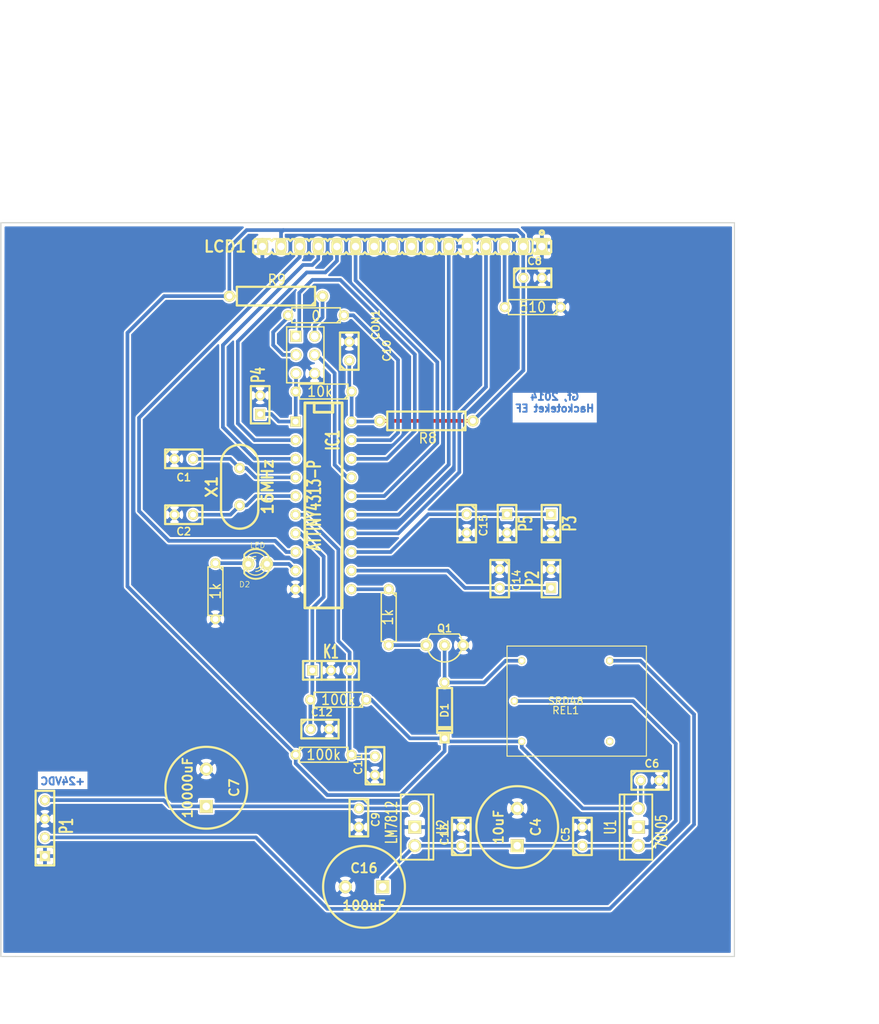
<source format=kicad_pcb>
(kicad_pcb (version 3) (host pcbnew "(2013-may-18)-stable")
  (title_block (title Timerbox) (company Hackoteket) (comment 1 "Version 0.1"))
  (layers (15 F.Cu signal) (0 B.Cu signal) (18 B.Paste user) (19 F.Paste user) (20 B.SilkS user) (21 F.SilkS user) (22 B.Mask user) (23 F.Mask user) (28 Edge.Cuts user))
  (net 0 "")
  (net 1 +12V)
  (net 2 +24V)
  (net 3 +5V)
  (net 4 /DB4)
  (net 5 /DB5)
  (net 6 /DB6)
  (net 7 /DB7)
  (net 8 /E)
  (net 9 /MISO)
  (net 10 /MOSI)
  (net 11 /RL1)
  (net 12 /ROT0)
  (net 13 /ROT1)
  (net 14 /RS)
  (net 15 /RST)
  (net 16 /SCK)
  (net 17 GND)
  (net 18 N-0000012)
  (net 19 N-0000013)
  (net 20 N-0000017)
  (net 21 N-0000018)
  (net 22 N-0000019)
  (net 23 N-0000020)
  (net 24 N-0000021)
  (net 25 N-0000023)
  (net 26 N-0000024)
  (net 27 N-0000026)
  (net 28 N-000003)
  (net 29 N-000004)
  (module C2V10 (layer F.Cu) (at 141.5 135 90)
    (fp_text reference C7 (at 0 3.81 90) (layer F.SilkS) (effects (font (size 1.27 1.27) (thickness 0.254))))
    (fp_text value 10000uF (at 0 -2.54 90) (layer F.SilkS) (effects (font (size 1.27 1.27) (thickness 0.254))))
    (pad 1 thru_hole rect (at -2.54 0 90) (size 1.778 1.778) (drill 1.016) (layers *.Cu *.Mask F.SilkS) (net 2 +24V))
    (pad 2 thru_hole circle (at 2.54 0 90) (size 1.778 1.778) (drill 1.016) (layers *.Cu *.Mask F.SilkS) (net 17 GND))
  )
  (module TO92BCE_INLINE (layer F.Cu) (at 173.99 115.57)
    (fp_text reference Q1 (at 0 -2.286) (layer F.SilkS) (effects (font (size 1.016 1.016) (thickness 0.2032))))
    (fp_text value 2N3904 hide)
    (pad C thru_hole circle (at 0 0) (size 1.524 1.524) (drill 0.7874) (layers *.Cu *.Mask F.SilkS) (net 27 N-0000026))
    (pad E thru_hole circle (at 2.54 0) (size 1.524 1.524) (drill 0.7874) (layers *.Cu *.Mask F.SilkS) (net 17 GND))
    (pad B thru_hole circle (at -2.54 0) (size 1.524 1.524) (drill 0.7874) (layers *.Cu *.Mask F.SilkS) (net 19 N-0000013))
  )
  (module SRD48 (layer F.Cu) (at 190.5 123.19)
    (fp_text reference REL1 (at 0 1.27) (layer F.SilkS))
    (fp_text value SRD48 (at 0 0) (layer F.SilkS))
    (pad 3 thru_hole circle (at -6 -5.5) (size 1 1) (drill 0.6) (layers *.Cu *.Mask F.SilkS) (net 27 N-0000026))
    (pad 2 thru_hole circle (at -6 5.5) (size 1 1) (drill 0.6) (layers *.Cu *.Mask F.SilkS) (net 3 +5V))
    (pad 1 thru_hole circle (at -7 0) (size 1 1) (drill 0.6) (layers *.Cu *.Mask F.SilkS) (net 1 +12V))
    (pad 4 thru_hole circle (at 6 -5.5) (size 1 1) (drill 0.6) (layers *.Cu *.Mask F.SilkS) (net 11 /RL1))
    (pad 5 thru_hole circle (at 6 5.5) (size 1 1) (drill 0.6) (layers *.Cu *.Mask F.SilkS))
  )
  (module SIL-4 (layer F.Cu) (at 119.5 140.5 90)
    (fp_text reference P1 (at 0.292 2.928 90) (layer F.SilkS) (effects (font (size 1.73482 1.08712) (thickness 0.3048))))
    (fp_text value CON hide)
    (pad 1 thru_hole rect (at -3.81 0 90) (size 1.397 1.397) (drill 0.8128) (layers *.Cu *.Mask F.SilkS) (net 17 GND))
    (pad 2 thru_hole circle (at -1.27 0 90) (size 1.397 1.397) (drill 0.8128) (layers *.Cu *.Mask F.SilkS) (net 11 /RL1))
    (pad 3 thru_hole circle (at 1.27 0 90) (size 1.397 1.397) (drill 0.8128) (layers *.Cu *.Mask F.SilkS) (net 17 GND))
    (pad 4 thru_hole circle (at 3.81 0 90) (size 1.397 1.397) (drill 0.8128) (layers *.Cu *.Mask F.SilkS) (net 2 +24V))
  )
  (module SIL-3 (layer F.Cu) (at 158.5 119)
    (fp_text reference K1 (at 0 -2.54) (layer F.SilkS) (effects (font (size 1.7907 1.07696) (thickness 0.3048))))
    (fp_text value ROT hide)
    (pad 1 thru_hole rect (at -2.54 0) (size 1.397 1.397) (drill 0.8128) (layers *.Cu *.Mask F.SilkS) (net 13 /ROT1))
    (pad 2 thru_hole circle (at 0 0) (size 1.397 1.397) (drill 0.8128) (layers *.Cu *.Mask F.SilkS) (net 17 GND))
    (pad 3 thru_hole circle (at 2.54 0) (size 1.397 1.397) (drill 0.8128) (layers *.Cu *.Mask F.SilkS) (net 12 /ROT0))
  )
  (module SIL-2 (layer F.Cu) (at 188.5 99 270)
    (fp_text reference P3 (at 0 -2.54 270) (layer F.SilkS) (effects (font (size 1.72974 1.08712) (thickness 0.3048))))
    (fp_text value BTN01 hide)
    (pad 1 thru_hole rect (at -1.27 0 270) (size 1.397 1.397) (drill 0.8128) (layers *.Cu *.Mask F.SilkS) (net 26 N-0000024))
    (pad 2 thru_hole circle (at 1.27 0 270) (size 1.397 1.397) (drill 0.8128) (layers *.Cu *.Mask F.SilkS) (net 17 GND))
  )
  (module SIL-2 (layer F.Cu) (at 182.5 99 270)
    (fp_text reference P5 (at 0 -2.54 270) (layer F.SilkS) (effects (font (size 1.72974 1.08712) (thickness 0.3048))))
    (fp_text value BTN0 hide)
    (pad 1 thru_hole rect (at -1.27 0 270) (size 1.397 1.397) (drill 0.8128) (layers *.Cu *.Mask F.SilkS) (net 26 N-0000024))
    (pad 2 thru_hole circle (at 1.27 0 270) (size 1.397 1.397) (drill 0.8128) (layers *.Cu *.Mask F.SilkS) (net 17 GND))
  )
  (module SIL-2 (layer F.Cu) (at 188.5 106.5 90)
    (fp_text reference P2 (at 0 -2.54 90) (layer F.SilkS) (effects (font (size 1.72974 1.08712) (thickness 0.3048))))
    (fp_text value BTN1 hide)
    (pad 1 thru_hole rect (at -1.27 0 90) (size 1.397 1.397) (drill 0.8128) (layers *.Cu *.Mask F.SilkS) (net 25 N-0000023))
    (pad 2 thru_hole circle (at 1.27 0 90) (size 1.397 1.397) (drill 0.8128) (layers *.Cu *.Mask F.SilkS) (net 17 GND))
  )
  (module R3 (layer F.Cu) (at 159.5 123 180)
    (fp_text reference R2 hide)
    (fp_text value 100k (at 0 0 180) (layer F.SilkS) (effects (font (size 1.397 1.27) (thickness 0.2032))))
    (pad 1 thru_hole circle (at -3.81 0 180) (size 1.397 1.397) (drill 0.8128) (layers *.Cu *.Mask F.SilkS) (net 3 +5V))
    (pad 2 thru_hole circle (at 3.81 0 180) (size 1.397 1.397) (drill 0.8128) (layers *.Cu *.Mask F.SilkS) (net 13 /ROT1))
  )
  (module R3 (layer F.Cu) (at 157.5 81 180)
    (fp_text reference R1 hide)
    (fp_text value 10k (at 0.5 0 180) (layer F.SilkS) (effects (font (size 1.397 1.27) (thickness 0.2032))))
    (pad 1 thru_hole circle (at -3.81 0 180) (size 1.397 1.397) (drill 0.8128) (layers *.Cu *.Mask F.SilkS) (net 3 +5V))
    (pad 2 thru_hole circle (at 3.81 0 180) (size 1.397 1.397) (drill 0.8128) (layers *.Cu *.Mask F.SilkS) (net 15 /RST))
  )
  (module R3 (layer F.Cu) (at 166.37 111.76 270)
    (fp_text reference R4 hide)
    (fp_text value 1k (at 0 0.127 270) (layer F.SilkS) (effects (font (size 1.397 1.27) (thickness 0.2032))))
    (pad 1 thru_hole circle (at -3.81 0 270) (size 1.397 1.397) (drill 0.8128) (layers *.Cu *.Mask F.SilkS) (net 20 N-0000017))
    (pad 2 thru_hole circle (at 3.81 0 270) (size 1.397 1.397) (drill 0.8128) (layers *.Cu *.Mask F.SilkS) (net 19 N-0000013))
  )
  (module R3 (layer F.Cu) (at 186 69.5 180)
    (fp_text reference R6 hide)
    (fp_text value 510 (at 0 0 180) (layer F.SilkS) (effects (font (size 1.397 1.27) (thickness 0.2032))))
    (pad 1 thru_hole circle (at -3.81 0 180) (size 1.397 1.397) (drill 0.8128) (layers *.Cu *.Mask F.SilkS) (net 17 GND))
    (pad 2 thru_hole circle (at 3.81 0 180) (size 1.397 1.397) (drill 0.8128) (layers *.Cu *.Mask F.SilkS) (net 29 N-000004))
  )
  (module R3 (layer F.Cu) (at 157.5 130.5)
    (fp_text reference R3 hide)
    (fp_text value 100k (at 0 0) (layer F.SilkS) (effects (font (size 1.397 1.27) (thickness 0.2032))))
    (pad 1 thru_hole circle (at -3.81 0) (size 1.397 1.397) (drill 0.8128) (layers *.Cu *.Mask F.SilkS) (net 3 +5V))
    (pad 2 thru_hole circle (at 3.81 0) (size 1.397 1.397) (drill 0.8128) (layers *.Cu *.Mask F.SilkS) (net 12 /ROT0))
  )
  (module R3 (layer F.Cu) (at 142.748 108.204 270)
    (fp_text reference R7 hide)
    (fp_text value 1k (at 0 0 270) (layer F.SilkS) (effects (font (size 1.397 1.27) (thickness 0.2032))))
    (pad 1 thru_hole circle (at -3.81 0 270) (size 1.397 1.397) (drill 0.8128) (layers *.Cu *.Mask F.SilkS) (net 21 N-0000018))
    (pad 2 thru_hole circle (at 3.81 0 270) (size 1.397 1.397) (drill 0.8128) (layers *.Cu *.Mask F.SilkS) (net 17 GND))
  )
  (module pin_array_3x2 (layer F.Cu) (at 155 76 270)
    (fp_text reference CON1 (at -4.118 -9.592 270) (layer F.SilkS) (effects (font (size 1.016 1.016) (thickness 0.2032))))
    (fp_text value AVR-ISP-6 hide)
    (pad 1 thru_hole rect (at -2.54 1.27 270) (size 1.524 1.524) (drill 1.016) (layers *.Cu *.Mask F.SilkS) (net 9 /MISO))
    (pad 2 thru_hole circle (at -2.54 -1.27 270) (size 1.524 1.524) (drill 1.016) (layers *.Cu *.Mask F.SilkS) (net 28 N-000003))
    (pad 3 thru_hole circle (at 0 1.27 270) (size 1.524 1.524) (drill 1.016) (layers *.Cu *.Mask F.SilkS) (net 18 N-0000012))
    (pad 4 thru_hole circle (at 0 -1.27 270) (size 1.524 1.524) (drill 1.016) (layers *.Cu *.Mask F.SilkS) (net 10 /MOSI))
    (pad 5 thru_hole circle (at 2.54 1.27 270) (size 1.524 1.524) (drill 1.016) (layers *.Cu *.Mask F.SilkS) (net 15 /RST))
    (pad 6 thru_hole circle (at 2.54 -1.27 270) (size 1.524 1.524) (drill 1.016) (layers *.Cu *.Mask F.SilkS) (net 17 GND))
  )
  (module LV_1602-LCD-16pin (layer F.Cu) (at 155.5 46 180)
    (fp_text reference LCD1 (at 11.43 -15.24 180) (layer F.SilkS) (effects (font (size 1.524 1.524) (thickness 0.3048))))
    (fp_text value LV_1602_LCD_HD44780_6+6 hide)
    (pad 1 thru_hole rect (at -31.75 -15.24 180) (size 1.524 2.286) (drill 1.00076) (layers *.Cu *.Mask F.SilkS) (net 17 GND))
    (pad 2 thru_hole oval (at -29.21 -15.24 180) (size 1.524 2.286) (drill 1.00076) (layers *.Cu *.Mask F.SilkS) (net 3 +5V))
    (pad 3 thru_hole oval (at -26.67 -15.24 180) (size 1.524 2.286) (drill 1.00076) (layers *.Cu *.Mask F.SilkS) (net 29 N-000004))
    (pad 4 thru_hole oval (at -24.13 -15.24 180) (size 1.524 2.286) (drill 1.00076) (layers *.Cu *.Mask F.SilkS) (net 14 /RS))
    (pad 5 thru_hole oval (at -21.59 -15.24 180) (size 1.524 2.286) (drill 1.00076) (layers *.Cu *.Mask F.SilkS) (net 17 GND))
    (pad 6 thru_hole oval (at -19.05 -15.24 180) (size 1.524 2.286) (drill 1.00076) (layers *.Cu *.Mask F.SilkS) (net 8 /E))
    (pad 7 thru_hole oval (at -16.51 -15.24 180) (size 1.524 2.286) (drill 1.00076) (layers *.Cu *.Mask F.SilkS))
    (pad 8 thru_hole oval (at -13.97 -15.24 180) (size 1.524 2.286) (drill 1.00076) (layers *.Cu *.Mask F.SilkS))
    (pad 9 thru_hole oval (at -11.43 -15.24 180) (size 1.524 2.286) (drill 1.00076) (layers *.Cu *.Mask F.SilkS))
    (pad 10 thru_hole oval (at -8.89 -15.24 180) (size 1.524 2.286) (drill 1.00076) (layers *.Cu *.Mask F.SilkS))
    (pad 11 thru_hole oval (at -6.35 -15.24 180) (size 1.524 2.286) (drill 1.00076) (layers *.Cu *.Mask F.SilkS) (net 4 /DB4))
    (pad 12 thru_hole oval (at -3.81 -15.24 180) (size 1.524 2.286) (drill 1.00076) (layers *.Cu *.Mask F.SilkS) (net 5 /DB5))
    (pad 13 thru_hole oval (at -1.27 -15.24 180) (size 1.524 2.286) (drill 1.00076) (layers *.Cu *.Mask F.SilkS) (net 6 /DB6))
    (pad 14 thru_hole oval (at 1.27 -15.24 180) (size 1.524 2.286) (drill 1.00076) (layers *.Cu *.Mask F.SilkS) (net 7 /DB7))
    (pad 15 thru_hole oval (at 3.81 -15.24 180) (size 1.524 2.286) (drill 1.00076) (layers *.Cu *.Mask F.SilkS) (net 3 +5V))
    (pad 16 thru_hole oval (at 6.35 -15.24 180) (size 1.524 2.286) (drill 1.00076) (layers *.Cu *.Mask F.SilkS) (net 17 GND))
  )
  (module LM78XXV (layer F.Cu) (at 200.4 140.36 180)
    (fp_text reference U1 (at 3.81 0 270) (layer F.SilkS) (effects (font (size 1.524 1.016) (thickness 0.2032))))
    (fp_text value 78L05 (at -3.175 -0.635 270) (layer F.SilkS) (effects (font (size 1.524 1.016) (thickness 0.2032))))
    (pad VI thru_hole circle (at 0 -2.54 180) (size 1.778 1.778) (drill 1.143) (layers *.Cu *.Mask F.SilkS) (net 1 +12V))
    (pad GND thru_hole rect (at 0 0 180) (size 1.778 1.778) (drill 1.143) (layers *.Cu *.Mask F.SilkS) (net 17 GND))
    (pad VO thru_hole circle (at 0 2.54 180) (size 1.778 1.778) (drill 1.143) (layers *.Cu *.Mask F.SilkS) (net 3 +5V))
  )
  (module LM78XXV (layer F.Cu) (at 169.92 140.36)
    (fp_text reference U2 (at 3.81 0 90) (layer F.SilkS) (effects (font (size 1.524 1.016) (thickness 0.2032))))
    (fp_text value LM7812 (at -3.175 -0.635 90) (layer F.SilkS) (effects (font (size 1.524 1.016) (thickness 0.2032))))
    (pad VI thru_hole circle (at 0 -2.54) (size 1.778 1.778) (drill 1.143) (layers *.Cu *.Mask F.SilkS) (net 2 +24V))
    (pad GND thru_hole rect (at 0 0) (size 1.778 1.778) (drill 1.143) (layers *.Cu *.Mask F.SilkS) (net 17 GND))
    (pad VO thru_hole circle (at 0 2.54) (size 1.778 1.778) (drill 1.143) (layers *.Cu *.Mask F.SilkS) (net 1 +12V))
  )
  (module LED-3MM (layer F.Cu) (at 148.5 104.5 180)
    (fp_text reference D2 (at 1.778 -2.794 180) (layer F.SilkS) (effects (font (size 0.762 0.762) (thickness 0.0889))))
    (fp_text value LED (at 0 2.54 180) (layer F.SilkS) (effects (font (size 0.762 0.762) (thickness 0.0889))))
    (pad 1 thru_hole circle (at -1.27 0 180) (size 1.6764 1.6764) (drill 0.8128) (layers *.Cu *.Mask F.SilkS) (net 22 N-0000019))
    (pad 2 thru_hole circle (at 1.27 0 180) (size 1.6764 1.6764) (drill 0.8128) (layers *.Cu *.Mask F.SilkS) (net 21 N-0000018))
  )
  (module HC-49V (layer F.Cu) (at 146.05 93.98 90)
    (fp_text reference X1 (at 0 -3.81 90) (layer F.SilkS) (effects (font (size 1.524 1.524) (thickness 0.3048))))
    (fp_text value 16MHz (at 0 3.81 90) (layer F.SilkS) (effects (font (size 1.524 1.524) (thickness 0.3048))))
    (pad 1 thru_hole circle (at -2.54 0 90) (size 1.4224 1.4224) (drill 0.762) (layers *.Cu *.Mask F.SilkS) (net 24 N-0000021))
    (pad 2 thru_hole circle (at 2.54 0 90) (size 1.4224 1.4224) (drill 0.762) (layers *.Cu *.Mask F.SilkS) (net 23 N-0000020))
  )
  (module DIP-20__300 (layer F.Cu) (at 157.48 96.52 270)
    (fp_text reference IC1 (at -8.89 -1.27 270) (layer F.SilkS) (effects (font (size 1.778 1.143) (thickness 0.3048))))
    (fp_text value ATTINY4313-P (at 0 1.27 270) (layer F.SilkS) (effects (font (size 1.778 1.143) (thickness 0.3048))))
    (pad 1 thru_hole rect (at -11.43 3.81 270) (size 1.397 1.397) (drill 0.8128) (layers *.Cu *.Mask F.SilkS) (net 15 /RST))
    (pad 2 thru_hole circle (at -8.89 3.81 270) (size 1.397 1.397) (drill 0.8128) (layers *.Cu *.Mask F.SilkS) (net 5 /DB5))
    (pad 3 thru_hole circle (at -6.35 3.81 270) (size 1.397 1.397) (drill 0.8128) (layers *.Cu *.Mask F.SilkS) (net 6 /DB6))
    (pad 4 thru_hole circle (at -3.81 3.81 270) (size 1.397 1.397) (drill 0.8128) (layers *.Cu *.Mask F.SilkS) (net 23 N-0000020))
    (pad 5 thru_hole circle (at -1.27 3.81 270) (size 1.397 1.397) (drill 0.8128) (layers *.Cu *.Mask F.SilkS) (net 24 N-0000021))
    (pad 6 thru_hole circle (at 1.27 3.81 270) (size 1.397 1.397) (drill 0.8128) (layers *.Cu *.Mask F.SilkS) (net 12 /ROT0))
    (pad 7 thru_hole circle (at 3.81 3.81 270) (size 1.397 1.397) (drill 0.8128) (layers *.Cu *.Mask F.SilkS) (net 13 /ROT1))
    (pad 8 thru_hole circle (at 6.35 3.81 270) (size 1.397 1.397) (drill 0.8128) (layers *.Cu *.Mask F.SilkS) (net 7 /DB7))
    (pad 9 thru_hole circle (at 8.89 3.81 270) (size 1.397 1.397) (drill 0.8128) (layers *.Cu *.Mask F.SilkS) (net 22 N-0000019))
    (pad 10 thru_hole circle (at 11.43 3.81 270) (size 1.397 1.397) (drill 0.8128) (layers *.Cu *.Mask F.SilkS) (net 17 GND))
    (pad 11 thru_hole circle (at 11.43 -3.81 270) (size 1.397 1.397) (drill 0.8128) (layers *.Cu *.Mask F.SilkS) (net 20 N-0000017))
    (pad 12 thru_hole circle (at 8.89 -3.81 270) (size 1.397 1.397) (drill 0.8128) (layers *.Cu *.Mask F.SilkS) (net 25 N-0000023))
    (pad 13 thru_hole circle (at 6.35 -3.81 270) (size 1.397 1.397) (drill 0.8128) (layers *.Cu *.Mask F.SilkS) (net 26 N-0000024))
    (pad 14 thru_hole circle (at 3.81 -3.81 270) (size 1.397 1.397) (drill 0.8128) (layers *.Cu *.Mask F.SilkS) (net 14 /RS))
    (pad 15 thru_hole circle (at 1.27 -3.81 270) (size 1.397 1.397) (drill 0.8128) (layers *.Cu *.Mask F.SilkS) (net 8 /E))
    (pad 16 thru_hole circle (at -1.27 -3.81 270) (size 1.397 1.397) (drill 0.8128) (layers *.Cu *.Mask F.SilkS) (net 4 /DB4))
    (pad 17 thru_hole circle (at -3.81 -3.81 270) (size 1.397 1.397) (drill 0.8128) (layers *.Cu *.Mask F.SilkS) (net 10 /MOSI))
    (pad 18 thru_hole circle (at -6.35 -3.81 270) (size 1.397 1.397) (drill 0.8128) (layers *.Cu *.Mask F.SilkS) (net 9 /MISO))
    (pad 19 thru_hole circle (at -8.89 -3.81 270) (size 1.397 1.397) (drill 0.8128) (layers *.Cu *.Mask F.SilkS) (net 16 /SCK))
    (pad 20 thru_hole circle (at -11.43 -3.81 270) (size 1.397 1.397) (drill 0.8128) (layers *.Cu *.Mask F.SilkS) (net 3 +5V))
  )
  (module D3 (layer F.Cu) (at 173.99 124.46 270)
    (fp_text reference D1 (at 0 0 270) (layer F.SilkS) (effects (font (size 1.016 1.016) (thickness 0.2032))))
    (fp_text value 1N4007 hide)
    (pad 2 thru_hole rect (at 3.81 0 270) (size 1.397 1.397) (drill 0.8128) (layers *.Cu *.Mask F.SilkS) (net 3 +5V))
    (pad 1 thru_hole circle (at -3.81 0 270) (size 1.397 1.397) (drill 0.8128) (layers *.Cu *.Mask F.SilkS) (net 27 N-0000026))
  )
  (module C2V10 (layer F.Cu) (at 163 148.5 180)
    (fp_text reference C16 (at 0 2.54 180) (layer F.SilkS) (effects (font (size 1.27 1.27) (thickness 0.254))))
    (fp_text value 100uF (at 0 -2.54 180) (layer F.SilkS) (effects (font (size 1.27 1.27) (thickness 0.254))))
    (pad 1 thru_hole rect (at -2.54 0 180) (size 1.778 1.778) (drill 1.016) (layers *.Cu *.Mask F.SilkS) (net 1 +12V))
    (pad 2 thru_hole circle (at 2.54 0 180) (size 1.778 1.778) (drill 1.016) (layers *.Cu *.Mask F.SilkS) (net 17 GND))
  )
  (module C2V10 (layer F.Cu) (at 183.89 140.36 90)
    (fp_text reference C4 (at 0 2.54 90) (layer F.SilkS) (effects (font (size 1.27 1.27) (thickness 0.254))))
    (fp_text value 10uF (at 0 -2.54 90) (layer F.SilkS) (effects (font (size 1.27 1.27) (thickness 0.254))))
    (pad 1 thru_hole rect (at -2.54 0 90) (size 1.778 1.778) (drill 1.016) (layers *.Cu *.Mask F.SilkS) (net 1 +12V))
    (pad 2 thru_hole circle (at 2.54 0 90) (size 1.778 1.778) (drill 1.016) (layers *.Cu *.Mask F.SilkS) (net 17 GND))
  )
  (module C1 (layer F.Cu) (at 177 99 270)
    (fp_text reference C15 (at 0.254 -2.286 270) (layer F.SilkS) (effects (font (size 1.016 1.016) (thickness 0.2032))))
    (fp_text value 100nF hide)
    (pad 1 thru_hole circle (at -1.27 0 270) (size 1.397 1.397) (drill 0.8128) (layers *.Cu *.Mask F.SilkS) (net 26 N-0000024))
    (pad 2 thru_hole circle (at 1.27 0 270) (size 1.397 1.397) (drill 0.8128) (layers *.Cu *.Mask F.SilkS) (net 17 GND))
  )
  (module C1 (layer F.Cu) (at 181.5 106.5 270)
    (fp_text reference C14 (at 0.254 -2.286 270) (layer F.SilkS) (effects (font (size 1.016 1.016) (thickness 0.2032))))
    (fp_text value 100nF hide)
    (pad 1 thru_hole circle (at -1.27 0 270) (size 1.397 1.397) (drill 0.8128) (layers *.Cu *.Mask F.SilkS) (net 17 GND))
    (pad 2 thru_hole circle (at 1.27 0 270) (size 1.397 1.397) (drill 0.8128) (layers *.Cu *.Mask F.SilkS) (net 25 N-0000023))
  )
  (module C1 (layer F.Cu) (at 176.27 141.63 90)
    (fp_text reference C13 (at 0.254 -2.286 90) (layer F.SilkS) (effects (font (size 1.016 1.016) (thickness 0.2032))))
    (fp_text value 100nF hide)
    (pad 1 thru_hole circle (at -1.27 0 90) (size 1.397 1.397) (drill 0.8128) (layers *.Cu *.Mask F.SilkS) (net 1 +12V))
    (pad 2 thru_hole circle (at 1.27 0 90) (size 1.397 1.397) (drill 0.8128) (layers *.Cu *.Mask F.SilkS) (net 17 GND))
  )
  (module C1 (layer F.Cu) (at 162.3 139.09 270)
    (fp_text reference C9 (at 0.254 -2.286 270) (layer F.SilkS) (effects (font (size 1.016 1.016) (thickness 0.2032))))
    (fp_text value 100nF hide)
    (pad 1 thru_hole circle (at -1.27 0 270) (size 1.397 1.397) (drill 0.8128) (layers *.Cu *.Mask F.SilkS) (net 2 +24V))
    (pad 2 thru_hole circle (at 1.27 0 270) (size 1.397 1.397) (drill 0.8128) (layers *.Cu *.Mask F.SilkS) (net 17 GND))
  )
  (module C1 (layer F.Cu) (at 157 127)
    (fp_text reference C12 (at 0.254 -2.286) (layer F.SilkS) (effects (font (size 1.016 1.016) (thickness 0.2032))))
    (fp_text value 100nF hide)
    (pad 1 thru_hole circle (at -1.27 0) (size 1.397 1.397) (drill 0.8128) (layers *.Cu *.Mask F.SilkS) (net 13 /ROT1))
    (pad 2 thru_hole circle (at 1.27 0) (size 1.397 1.397) (drill 0.8128) (layers *.Cu *.Mask F.SilkS) (net 17 GND))
  )
  (module C1 (layer F.Cu) (at 164.5 132 90)
    (fp_text reference C11 (at 0.254 -2.286 90) (layer F.SilkS) (effects (font (size 1.016 1.016) (thickness 0.2032))))
    (fp_text value 100nF hide)
    (pad 1 thru_hole circle (at -1.27 0 90) (size 1.397 1.397) (drill 0.8128) (layers *.Cu *.Mask F.SilkS) (net 17 GND))
    (pad 2 thru_hole circle (at 1.27 0 90) (size 1.397 1.397) (drill 0.8128) (layers *.Cu *.Mask F.SilkS) (net 12 /ROT0))
  )
  (module C1 (layer F.Cu) (at 138.43 90.17)
    (fp_text reference C1 (at 0 2.54) (layer F.SilkS) (effects (font (size 1.016 1.016) (thickness 0.2032))))
    (fp_text value 22pF hide)
    (pad 1 thru_hole circle (at -1.27 0) (size 1.397 1.397) (drill 0.8128) (layers *.Cu *.Mask F.SilkS) (net 17 GND))
    (pad 2 thru_hole circle (at 1.27 0) (size 1.397 1.397) (drill 0.8128) (layers *.Cu *.Mask F.SilkS) (net 23 N-0000020))
  )
  (module C1 (layer F.Cu) (at 138.43 97.79)
    (fp_text reference C2 (at 0 2.286) (layer F.SilkS) (effects (font (size 1.016 1.016) (thickness 0.2032))))
    (fp_text value 22pF hide)
    (pad 1 thru_hole circle (at -1.27 0) (size 1.397 1.397) (drill 0.8128) (layers *.Cu *.Mask F.SilkS) (net 17 GND))
    (pad 2 thru_hole circle (at 1.27 0) (size 1.397 1.397) (drill 0.8128) (layers *.Cu *.Mask F.SilkS) (net 24 N-0000021))
  )
  (module C1 (layer F.Cu) (at 202 134)
    (fp_text reference C6 (at 0.254 -2.286) (layer F.SilkS) (effects (font (size 1.016 1.016) (thickness 0.2032))))
    (fp_text value 100nF hide)
    (pad 1 thru_hole circle (at -1.27 0) (size 1.397 1.397) (drill 0.8128) (layers *.Cu *.Mask F.SilkS) (net 3 +5V))
    (pad 2 thru_hole circle (at 1.27 0) (size 1.397 1.397) (drill 0.8128) (layers *.Cu *.Mask F.SilkS) (net 17 GND))
  )
  (module C1 (layer F.Cu) (at 192.78 141.63 90)
    (fp_text reference C5 (at 0.254 -2.286 90) (layer F.SilkS) (effects (font (size 1.016 1.016) (thickness 0.2032))))
    (fp_text value 100nF hide)
    (pad 1 thru_hole circle (at -1.27 0 90) (size 1.397 1.397) (drill 0.8128) (layers *.Cu *.Mask F.SilkS) (net 1 +12V))
    (pad 2 thru_hole circle (at 1.27 0 90) (size 1.397 1.397) (drill 0.8128) (layers *.Cu *.Mask F.SilkS) (net 17 GND))
  )
  (module C1 (layer F.Cu) (at 161 75.5 90)
    (fp_text reference C10 (at 0.062 5.116 90) (layer F.SilkS) (effects (font (size 1.016 1.016) (thickness 0.2032))))
    (fp_text value 100nF hide)
    (pad 1 thru_hole circle (at -1.27 0 90) (size 1.397 1.397) (drill 0.8128) (layers *.Cu *.Mask F.SilkS) (net 3 +5V))
    (pad 2 thru_hole circle (at 1.27 0 90) (size 1.397 1.397) (drill 0.8128) (layers *.Cu *.Mask F.SilkS) (net 17 GND))
  )
  (module C1 (layer F.Cu) (at 186 65.5)
    (fp_text reference C8 (at 0.254 -2.286) (layer F.SilkS) (effects (font (size 1.016 1.016) (thickness 0.2032))))
    (fp_text value 100nF hide)
    (pad 1 thru_hole circle (at -1.27 0) (size 1.397 1.397) (drill 0.8128) (layers *.Cu *.Mask F.SilkS) (net 3 +5V))
    (pad 2 thru_hole circle (at 1.27 0) (size 1.397 1.397) (drill 0.8128) (layers *.Cu *.Mask F.SilkS) (net 17 GND))
  )
  (module R5 (layer F.Cu) (at 171.5 85 180)
    (fp_text reference R8 (at -0.204 -2.376 180) (layer F.SilkS) (effects (font (size 1.397 1.27) (thickness 0.2032))))
    (fp_text value 0 hide)
    (pad 1 thru_hole circle (at -6.35 0 180) (size 1.524 1.524) (drill 0.8128) (layers *.Cu *.Mask F.SilkS) (net 3 +5V))
    (pad 2 thru_hole circle (at 6.35 0 180) (size 1.524 1.524) (drill 0.8128) (layers *.Cu *.Mask F.SilkS) (net 3 +5V))
  )
  (module R3 (layer F.Cu) (at 156.464 70.612 180)
    (fp_text reference R5 hide)
    (fp_text value 0 (at 0.02 -0.104 180) (layer F.SilkS) (effects (font (size 1.397 1.27) (thickness 0.2032))))
    (pad 1 thru_hole circle (at -3.81 0 180) (size 1.397 1.397) (drill 0.8128) (layers *.Cu *.Mask F.SilkS) (net 16 /SCK))
    (pad 2 thru_hole circle (at 3.81 0 180) (size 1.397 1.397) (drill 0.8128) (layers *.Cu *.Mask F.SilkS) (net 18 N-0000012))
  )
  (module R5 (layer F.Cu) (at 151 68 180)
    (fp_text reference R9 (at -0.114 2.222 180) (layer F.SilkS) (effects (font (size 1.397 1.27) (thickness 0.2032))))
    (fp_text value 0 hide)
    (pad 1 thru_hole circle (at -6.35 0 180) (size 1.524 1.524) (drill 0.8128) (layers *.Cu *.Mask F.SilkS) (net 28 N-000003))
    (pad 2 thru_hole circle (at 6.35 0 180) (size 1.524 1.524) (drill 0.8128) (layers *.Cu *.Mask F.SilkS) (net 3 +5V))
  )
  (module SIL-2 (layer F.Cu) (at 148.844 82.804 90)
    (fp_text reference P4 (at 4.064 -0.254 90) (layer F.SilkS) (effects (font (size 1.72974 1.08712) (thickness 0.3048))))
    (fp_text value RST hide)
    (pad 1 thru_hole rect (at -1.27 0 90) (size 1.397 1.397) (drill 0.8128) (layers *.Cu *.Mask F.SilkS) (net 15 /RST))
    (pad 2 thru_hole circle (at 1.27 0 90) (size 1.397 1.397) (drill 0.8128) (layers *.Cu *.Mask F.SilkS) (net 17 GND))
  )
  (gr_line (start 113.5 58) (end 113.5 158) (angle 90) (layer Edge.Cuts) (width 0.15))
  (gr_line (start 213.5 58) (end 213.5 158) (angle 90) (layer Edge.Cuts) (width 0.15))
  (gr_line (start 213.5 58) (end 113.5 58) (angle 90) (layer Edge.Cuts) (width 0.15))
  (gr_line (start 113.5 158) (end 115.5 158) (angle 90) (layer Edge.Cuts) (width 0.15))
  (gr_text +24VDC (at 121.92 134.112) (layer B.Cu) (effects (font (size 1 1) (thickness 0.25)) (justify mirror)))
  (gr_text "Gf, 2014\nHackoteket EF" (at 189 82.5) (layer B.Cu) (effects (font (size 1 1) (thickness 0.25)) (justify mirror)))
  (gr_line (start 213.5 158) (end 115.5 158) (angle 90) (layer Edge.Cuts) (width 0.15))
  (segment (start 183.5 123.19) (end 199.69 123.19) (width 0.5) (layer B.Cu) (net 1))
  (segment (start 202.1 142.9) (end 200.4 142.9) (width 0.5) (layer B.Cu) (net 1))
  (segment (start 205.5 139.5) (end 202.1 142.9) (width 0.5) (layer B.Cu) (net 1))
  (segment (start 205.5 129) (end 205.5 139.5) (width 0.5) (layer B.Cu) (net 1))
  (segment (start 199.69 123.19) (end 205.5 129) (width 0.5) (layer B.Cu) (net 1))
  (segment (start 169.92 142.9) (end 176.27 142.9) (width 0.5) (layer B.Cu) (net 1))
  (segment (start 176.27 142.9) (end 183.89 142.9) (width 0.5) (layer B.Cu) (net 1))
  (segment (start 183.89 142.9) (end 192.78 142.9) (width 0.5) (layer B.Cu) (net 1))
  (segment (start 165.54 148.5) (end 165.54 147.28) (width 0.5) (layer B.Cu) (net 1))
  (segment (start 165.54 147.28) (end 169.92 142.9) (width 0.5) (layer B.Cu) (net 1))
  (segment (start 192.78 142.9) (end 200.4 142.9) (width 0.5) (layer B.Cu) (net 1))
  (segment (start 119.5 136.69) (end 135.69 136.69) (width 0.5) (layer B.Cu) (net 2))
  (segment (start 136.54 137.54) (end 141.5 137.54) (width 0.5) (layer B.Cu) (net 2))
  (segment (start 135.69 136.69) (end 136.54 137.54) (width 0.5) (layer B.Cu) (net 2))
  (segment (start 141.5 137.54) (end 162.02 137.54) (width 0.5) (layer B.Cu) (net 2))
  (segment (start 162.02 137.54) (end 162.3 137.82) (width 0.5) (layer B.Cu) (net 2))
  (segment (start 162.3 137.82) (end 169.92 137.82) (width 0.5) (layer B.Cu) (net 2))
  (segment (start 144.65 68) (end 135.75 68) (width 0.5) (layer B.Cu) (net 3))
  (segment (start 130.75 107.56) (end 153.69 130.5) (width 0.5) (layer B.Cu) (net 3))
  (segment (start 130.75 73) (end 130.75 107.56) (width 0.5) (layer B.Cu) (net 3))
  (segment (start 135.75 68) (end 130.75 73) (width 0.5) (layer B.Cu) (net 3))
  (segment (start 144.65 68) (end 144.65 61.35) (width 0.5) (layer B.Cu) (net 3))
  (segment (start 147 59) (end 152 59) (width 0.5) (layer B.Cu) (net 3))
  (segment (start 144.65 61.35) (end 147 59) (width 0.5) (layer B.Cu) (net 3))
  (segment (start 184.71 61.24) (end 184.71 65.48) (width 0.5) (layer B.Cu) (net 3))
  (segment (start 184.71 65.48) (end 184.73 65.5) (width 0.5) (layer B.Cu) (net 3))
  (segment (start 151.69 61.24) (end 151.69 59.31) (width 0.5) (layer B.Cu) (net 3))
  (segment (start 151.69 59.31) (end 152 59) (width 0.5) (layer B.Cu) (net 3))
  (segment (start 152 59) (end 184 59) (width 0.5) (layer B.Cu) (net 3))
  (segment (start 184.71 59.71) (end 184.71 61.24) (width 0.5) (layer B.Cu) (net 3))
  (segment (start 184 59) (end 184.71 59.71) (width 0.5) (layer B.Cu) (net 3))
  (segment (start 153.69 130.5) (end 153.69 131.69) (width 0.5) (layer B.Cu) (net 3))
  (segment (start 173.99 130.01) (end 173.99 128.27) (width 0.5) (layer B.Cu) (net 3))
  (segment (start 168 136) (end 173.99 130.01) (width 0.5) (layer B.Cu) (net 3))
  (segment (start 158 136) (end 168 136) (width 0.5) (layer B.Cu) (net 3))
  (segment (start 153.69 131.69) (end 158 136) (width 0.5) (layer B.Cu) (net 3))
  (segment (start 184.73 65.5) (end 184.73 78.12) (width 0.5) (layer B.Cu) (net 3))
  (segment (start 184.73 78.12) (end 177.85 85) (width 0.5) (layer B.Cu) (net 3))
  (segment (start 163.31 123) (end 164 123) (width 0.5) (layer B.Cu) (net 3))
  (segment (start 164 123) (end 169.27 128.27) (width 0.5) (layer B.Cu) (net 3))
  (segment (start 169.27 128.27) (end 173.99 128.27) (width 0.5) (layer B.Cu) (net 3))
  (segment (start 200.73 134) (end 200.73 137.49) (width 0.5) (layer B.Cu) (net 3))
  (segment (start 200.73 137.49) (end 200.4 137.82) (width 0.5) (layer B.Cu) (net 3))
  (segment (start 184.5 128.69) (end 184.5 129.5) (width 0.5) (layer B.Cu) (net 3))
  (segment (start 192.82 137.82) (end 200.4 137.82) (width 0.5) (layer B.Cu) (net 3))
  (segment (start 184.5 129.5) (end 192.82 137.82) (width 0.5) (layer B.Cu) (net 3))
  (segment (start 165.15 85) (end 177.85 85) (width 0.5) (layer F.Cu) (net 3))
  (segment (start 161.29 85.09) (end 165.06 85.09) (width 0.5) (layer B.Cu) (net 3))
  (segment (start 165.06 85.09) (end 165.15 85) (width 0.5) (layer B.Cu) (net 3))
  (segment (start 161.31 81) (end 161.31 85.07) (width 0.5) (layer B.Cu) (net 3))
  (segment (start 161.31 85.07) (end 161.29 85.09) (width 0.5) (layer B.Cu) (net 3))
  (segment (start 161 76.77) (end 161 80.69) (width 0.5) (layer B.Cu) (net 3))
  (segment (start 161 80.69) (end 161.31 81) (width 0.5) (layer B.Cu) (net 3))
  (segment (start 161.38 85) (end 161.29 85.09) (width 0.5) (layer B.Cu) (net 3))
  (segment (start 161.38 85) (end 161.29 85.09) (width 0.5) (layer B.Cu) (net 3))
  (segment (start 184.5 128.69) (end 174.41 128.69) (width 0.5) (layer B.Cu) (net 3))
  (segment (start 174.41 128.69) (end 173.99 128.27) (width 0.5) (layer B.Cu) (net 3))
  (segment (start 161.85 61.24) (end 161.85 65.85) (width 0.5) (layer B.Cu) (net 4))
  (segment (start 165.75 95.25) (end 161.29 95.25) (width 0.5) (layer B.Cu) (net 4))
  (segment (start 173 88) (end 165.75 95.25) (width 0.5) (layer B.Cu) (net 4))
  (segment (start 173 77) (end 173 88) (width 0.5) (layer B.Cu) (net 4))
  (segment (start 161.85 65.85) (end 173 77) (width 0.5) (layer B.Cu) (net 4))
  (segment (start 159.31 61.24) (end 159.31 63.194) (width 0.5) (layer B.Cu) (net 5))
  (segment (start 148.082 87.63) (end 153.67 87.63) (width 0.5) (layer B.Cu) (net 5))
  (segment (start 145.796 85.344) (end 148.082 87.63) (width 0.5) (layer B.Cu) (net 5))
  (segment (start 145.796 74.168) (end 145.796 85.344) (width 0.5) (layer B.Cu) (net 5))
  (segment (start 155.194 64.77) (end 145.796 74.168) (width 0.5) (layer B.Cu) (net 5))
  (segment (start 157.734 64.77) (end 155.194 64.77) (width 0.5) (layer B.Cu) (net 5))
  (segment (start 159.31 63.194) (end 157.734 64.77) (width 0.5) (layer B.Cu) (net 5))
  (segment (start 156.77 61.24) (end 156.77 62.94) (width 0.5) (layer B.Cu) (net 6))
  (segment (start 148.082 90.17) (end 153.67 90.17) (width 0.5) (layer B.Cu) (net 6))
  (segment (start 143.764 85.852) (end 148.082 90.17) (width 0.5) (layer B.Cu) (net 6))
  (segment (start 143.764 74.676) (end 143.764 85.852) (width 0.5) (layer B.Cu) (net 6))
  (segment (start 154.686 63.754) (end 143.764 74.676) (width 0.5) (layer B.Cu) (net 6))
  (segment (start 155.956 63.754) (end 154.686 63.754) (width 0.5) (layer B.Cu) (net 6))
  (segment (start 156.77 62.94) (end 155.956 63.754) (width 0.5) (layer B.Cu) (net 6))
  (segment (start 153.67 102.87) (end 152.4 102.87) (width 0.5) (layer B.Cu) (net 7))
  (segment (start 154.23 62.686) (end 154.23 61.24) (width 0.5) (layer B.Cu) (net 7))
  (segment (start 132.334 84.582) (end 154.23 62.686) (width 0.5) (layer B.Cu) (net 7))
  (segment (start 132.334 97.282) (end 132.334 84.582) (width 0.5) (layer B.Cu) (net 7))
  (segment (start 136.398 101.346) (end 132.334 97.282) (width 0.5) (layer B.Cu) (net 7))
  (segment (start 150.876 101.346) (end 136.398 101.346) (width 0.5) (layer B.Cu) (net 7))
  (segment (start 152.4 102.87) (end 150.876 101.346) (width 0.5) (layer B.Cu) (net 7))
  (segment (start 161.29 97.79) (end 167.71 97.79) (width 0.5) (layer B.Cu) (net 8))
  (segment (start 174.55 90.95) (end 174.55 61.24) (width 0.5) (layer B.Cu) (net 8))
  (segment (start 167.71 97.79) (end 174.55 90.95) (width 0.5) (layer B.Cu) (net 8))
  (segment (start 161.29 90.17) (end 166.116 90.17) (width 0.5) (layer B.Cu) (net 9))
  (segment (start 154.178 73.012) (end 153.73 73.46) (width 0.5) (layer B.Cu) (net 9))
  (segment (start 154.178 67.564) (end 154.178 73.012) (width 0.5) (layer B.Cu) (net 9))
  (segment (start 155.956 65.786) (end 154.178 67.564) (width 0.5) (layer B.Cu) (net 9))
  (segment (start 159.766 65.786) (end 155.956 65.786) (width 0.5) (layer B.Cu) (net 9))
  (segment (start 169.926 75.946) (end 159.766 65.786) (width 0.5) (layer B.Cu) (net 9))
  (segment (start 169.926 86.36) (end 169.926 75.946) (width 0.5) (layer B.Cu) (net 9))
  (segment (start 166.116 90.17) (end 169.926 86.36) (width 0.5) (layer B.Cu) (net 9))
  (segment (start 156.27 76) (end 156.5 76) (width 0.5) (layer B.Cu) (net 10))
  (segment (start 160.71 92.71) (end 161.29 92.71) (width 0.5) (layer B.Cu) (net 10))
  (segment (start 159 91) (end 160.71 92.71) (width 0.5) (layer B.Cu) (net 10))
  (segment (start 159 78.5) (end 159 91) (width 0.5) (layer B.Cu) (net 10))
  (segment (start 156.5 76) (end 159 78.5) (width 0.5) (layer B.Cu) (net 10))
  (segment (start 119.5 141.77) (end 148.27 141.77) (width 0.5) (layer B.Cu) (net 11))
  (segment (start 200.69 117.69) (end 196.5 117.69) (width 0.5) (layer B.Cu) (net 11))
  (segment (start 208 125) (end 200.69 117.69) (width 0.5) (layer B.Cu) (net 11))
  (segment (start 208 140) (end 208 125) (width 0.5) (layer B.Cu) (net 11))
  (segment (start 196.5 151.5) (end 208 140) (width 0.5) (layer B.Cu) (net 11))
  (segment (start 158 151.5) (end 196.5 151.5) (width 0.5) (layer B.Cu) (net 11))
  (segment (start 148.27 141.77) (end 158 151.5) (width 0.5) (layer B.Cu) (net 11))
  (segment (start 164.5 130.73) (end 161.54 130.73) (width 0.5) (layer B.Cu) (net 12))
  (segment (start 161.04 130.23) (end 161.04 119) (width 0.5) (layer B.Cu) (net 12))
  (segment (start 161.54 130.73) (end 161.04 130.23) (width 0.5) (layer B.Cu) (net 12))
  (segment (start 153.67 97.79) (end 154.79 97.79) (width 0.5) (layer B.Cu) (net 12))
  (segment (start 161.04 116.54) (end 161.04 119) (width 0.5) (layer B.Cu) (net 12))
  (segment (start 159.5 115) (end 161.04 116.54) (width 0.5) (layer B.Cu) (net 12))
  (segment (start 159.5 102.5) (end 159.5 115) (width 0.5) (layer B.Cu) (net 12))
  (segment (start 154.79 97.79) (end 159.5 102.5) (width 0.5) (layer B.Cu) (net 12))
  (segment (start 155.69 123) (end 155.69 126.96) (width 0.5) (layer B.Cu) (net 13))
  (segment (start 155.69 126.96) (end 155.73 127) (width 0.5) (layer B.Cu) (net 13))
  (segment (start 155.96 119) (end 155.96 122.73) (width 0.5) (layer B.Cu) (net 13))
  (segment (start 155.96 122.73) (end 155.69 123) (width 0.5) (layer B.Cu) (net 13))
  (segment (start 155.96 119) (end 155.96 110.54) (width 0.5) (layer B.Cu) (net 13))
  (segment (start 154.33 100.33) (end 153.67 100.33) (width 0.5) (layer B.Cu) (net 13))
  (segment (start 157.5 103.5) (end 154.33 100.33) (width 0.5) (layer B.Cu) (net 13))
  (segment (start 157.5 109) (end 157.5 103.5) (width 0.5) (layer B.Cu) (net 13))
  (segment (start 155.96 110.54) (end 157.5 109) (width 0.5) (layer B.Cu) (net 13))
  (segment (start 179.63 61.24) (end 179.63 80.37) (width 0.5) (layer B.Cu) (net 14))
  (segment (start 167.67 100.33) (end 161.29 100.33) (width 0.5) (layer B.Cu) (net 14))
  (segment (start 176 92) (end 167.67 100.33) (width 0.5) (layer B.Cu) (net 14))
  (segment (start 176 84) (end 176 92) (width 0.5) (layer B.Cu) (net 14))
  (segment (start 179.63 80.37) (end 176 84) (width 0.5) (layer B.Cu) (net 14))
  (segment (start 148.844 84.074) (end 150.368 84.074) (width 0.5) (layer B.Cu) (net 15))
  (segment (start 151.384 85.09) (end 153.67 85.09) (width 0.5) (layer B.Cu) (net 15))
  (segment (start 150.368 84.074) (end 151.384 85.09) (width 0.5) (layer B.Cu) (net 15))
  (segment (start 153.73 78.54) (end 153.73 80.96) (width 0.5) (layer B.Cu) (net 15))
  (segment (start 153.73 80.96) (end 153.69 81) (width 0.5) (layer B.Cu) (net 15))
  (segment (start 153.69 81) (end 153.69 85.07) (width 0.5) (layer B.Cu) (net 15))
  (segment (start 153.69 85.07) (end 153.67 85.09) (width 0.5) (layer B.Cu) (net 15))
  (segment (start 160.274 70.612) (end 161.544 70.612) (width 0.5) (layer B.Cu) (net 16))
  (segment (start 166.624 87.63) (end 161.29 87.63) (width 0.5) (layer B.Cu) (net 16))
  (segment (start 167.64 86.614) (end 166.624 87.63) (width 0.5) (layer B.Cu) (net 16))
  (segment (start 167.64 76.708) (end 167.64 86.614) (width 0.5) (layer B.Cu) (net 16))
  (segment (start 161.544 70.612) (end 167.64 76.708) (width 0.5) (layer B.Cu) (net 16))
  (segment (start 153.73 76) (end 151.946 76) (width 0.5) (layer B.Cu) (net 18))
  (segment (start 152.654 70.866) (end 152.654 70.612) (width 0.5) (layer B.Cu) (net 18))
  (segment (start 150.622 72.898) (end 152.654 70.866) (width 0.5) (layer B.Cu) (net 18))
  (segment (start 150.622 74.676) (end 150.622 72.898) (width 0.5) (layer B.Cu) (net 18))
  (segment (start 151.946 76) (end 150.622 74.676) (width 0.5) (layer B.Cu) (net 18))
  (segment (start 166.37 115.57) (end 171.45 115.57) (width 0.5) (layer B.Cu) (net 19))
  (segment (start 161.29 107.95) (end 166.37 107.95) (width 0.5) (layer B.Cu) (net 20))
  (segment (start 142.748 104.394) (end 147.124 104.394) (width 0.5) (layer B.Cu) (net 21))
  (segment (start 147.124 104.394) (end 147.23 104.5) (width 0.5) (layer B.Cu) (net 21))
  (segment (start 149.77 104.5) (end 152.76 104.5) (width 0.5) (layer B.Cu) (net 22))
  (segment (start 152.76 104.5) (end 153.67 105.41) (width 0.5) (layer B.Cu) (net 22))
  (segment (start 139.7 90.17) (end 144.78 90.17) (width 0.5) (layer B.Cu) (net 23))
  (segment (start 144.78 90.17) (end 146.05 91.44) (width 0.5) (layer B.Cu) (net 23))
  (segment (start 146.05 91.44) (end 146.94 91.44) (width 0.5) (layer B.Cu) (net 23))
  (segment (start 148.21 92.71) (end 153.67 92.71) (width 0.5) (layer B.Cu) (net 23))
  (segment (start 146.94 91.44) (end 148.21 92.71) (width 0.5) (layer B.Cu) (net 23))
  (segment (start 139.7 97.79) (end 144.78 97.79) (width 0.5) (layer B.Cu) (net 24))
  (segment (start 144.78 97.79) (end 146.05 96.52) (width 0.5) (layer B.Cu) (net 24))
  (segment (start 146.05 96.52) (end 146.98 96.52) (width 0.5) (layer B.Cu) (net 24))
  (segment (start 148.25 95.25) (end 153.67 95.25) (width 0.5) (layer B.Cu) (net 24))
  (segment (start 146.98 96.52) (end 148.25 95.25) (width 0.5) (layer B.Cu) (net 24))
  (segment (start 181.5 107.77) (end 176.77 107.77) (width 0.5) (layer B.Cu) (net 25))
  (segment (start 174.41 105.41) (end 161.29 105.41) (width 0.5) (layer B.Cu) (net 25))
  (segment (start 176.77 107.77) (end 174.41 105.41) (width 0.5) (layer B.Cu) (net 25))
  (segment (start 188.5 107.77) (end 181.5 107.77) (width 0.5) (layer B.Cu) (net 25))
  (segment (start 182.5 97.73) (end 188.5 97.73) (width 0.5) (layer B.Cu) (net 26))
  (segment (start 177 97.73) (end 182.5 97.73) (width 0.5) (layer B.Cu) (net 26))
  (segment (start 161.29 102.87) (end 166.63 102.87) (width 0.5) (layer B.Cu) (net 26))
  (segment (start 171.77 97.73) (end 177 97.73) (width 0.5) (layer B.Cu) (net 26))
  (segment (start 166.63 102.87) (end 171.77 97.73) (width 0.5) (layer B.Cu) (net 26))
  (segment (start 184.5 117.69) (end 182.31 117.69) (width 0.5) (layer B.Cu) (net 27))
  (segment (start 179.35 120.65) (end 173.99 120.65) (width 0.5) (layer B.Cu) (net 27))
  (segment (start 182.31 117.69) (end 179.35 120.65) (width 0.5) (layer B.Cu) (net 27))
  (segment (start 173.99 115.57) (end 173.99 120.65) (width 0.5) (layer B.Cu) (net 27))
  (segment (start 156.27 73.46) (end 156.27 71.98) (width 0.5) (layer B.Cu) (net 28))
  (segment (start 157.35 70.9) (end 157.35 68) (width 0.5) (layer B.Cu) (net 28))
  (segment (start 156.27 71.98) (end 157.35 70.9) (width 0.5) (layer B.Cu) (net 28))
  (segment (start 182.17 61.24) (end 182.17 69.48) (width 0.5) (layer B.Cu) (net 29))
  (segment (start 182.17 69.48) (end 182.19 69.5) (width 0.5) (layer B.Cu) (net 29))
  (zone (net 17) (net_name GND) (layer B.Cu) (connect_pads (clearance 0.254)) (min_thickness 0.254) (fill (mode segment) (arc_segments 32) (thermal_gap 0.508) (thermal_bridge_width 0.508))
    (polygon (pts (xy 114 58.5) (xy 213.25 58.5) (xy 213 157.5) (xy 113.75 157.5) (xy 114 58.5)))
  )
)
</source>
